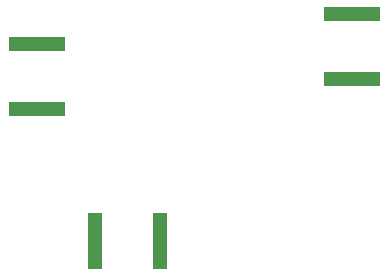
<source format=gbr>
%TF.GenerationSoftware,KiCad,Pcbnew,7.0.8*%
%TF.CreationDate,2024-03-13T12:02:19-04:00*%
%TF.ProjectId,Mixer,4d697865-722e-46b6-9963-61645f706362,rev?*%
%TF.SameCoordinates,Original*%
%TF.FileFunction,Soldermask,Bot*%
%TF.FilePolarity,Negative*%
%FSLAX46Y46*%
G04 Gerber Fmt 4.6, Leading zero omitted, Abs format (unit mm)*
G04 Created by KiCad (PCBNEW 7.0.8) date 2024-03-13 12:02:19*
%MOMM*%
%LPD*%
G01*
G04 APERTURE LIST*
G04 Aperture macros list*
%AMRoundRect*
0 Rectangle with rounded corners*
0 $1 Rounding radius*
0 $2 $3 $4 $5 $6 $7 $8 $9 X,Y pos of 4 corners*
0 Add a 4 corners polygon primitive as box body*
4,1,4,$2,$3,$4,$5,$6,$7,$8,$9,$2,$3,0*
0 Add four circle primitives for the rounded corners*
1,1,$1+$1,$2,$3*
1,1,$1+$1,$4,$5*
1,1,$1+$1,$6,$7*
1,1,$1+$1,$8,$9*
0 Add four rect primitives between the rounded corners*
20,1,$1+$1,$2,$3,$4,$5,0*
20,1,$1+$1,$4,$5,$6,$7,0*
20,1,$1+$1,$6,$7,$8,$9,0*
20,1,$1+$1,$8,$9,$2,$3,0*%
G04 Aperture macros list end*
%ADD10RoundRect,0.102000X-2.280000X0.500000X-2.280000X-0.500000X2.280000X-0.500000X2.280000X0.500000X0*%
%ADD11RoundRect,0.102000X-0.500000X-2.280000X0.500000X-2.280000X0.500000X2.280000X-0.500000X2.280000X0*%
%ADD12RoundRect,0.102000X2.280000X-0.500000X2.280000X0.500000X-2.280000X0.500000X-2.280000X-0.500000X0*%
G04 APERTURE END LIST*
D10*
%TO.C,REF\u002A\u002A*%
X62738000Y-73432750D03*
X62738000Y-78972750D03*
%TD*%
D11*
%TO.C,REF\u002A\u002A*%
X67590750Y-90170000D03*
X73130750Y-90170000D03*
%TD*%
D12*
%TO.C,REF\u002A\u002A*%
X89408000Y-70890000D03*
X89408000Y-76430000D03*
%TD*%
M02*

</source>
